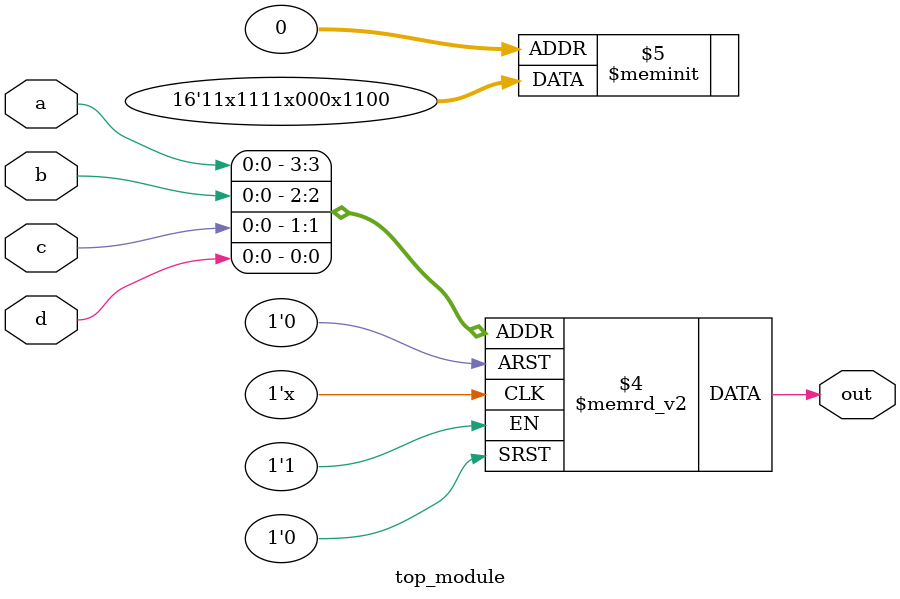
<source format=sv>
module top_module (
    input a,
    input b,
    input c,
    input d,
    output reg out
);
    always @* begin
        case ({a, b, c, d})
            4'b0000, 4'b0001, 4'b0101, 4'b0110, 4'b0111: out = 1'b0;
            4'b0011, 4'b0010, 4'b1010, 4'b1110: out = 1'b1;
            4'b0100, 4'b1000, 4'b1101: out = 1'bx;
            default: out = 1'b1;
        endcase
    end
endmodule

</source>
